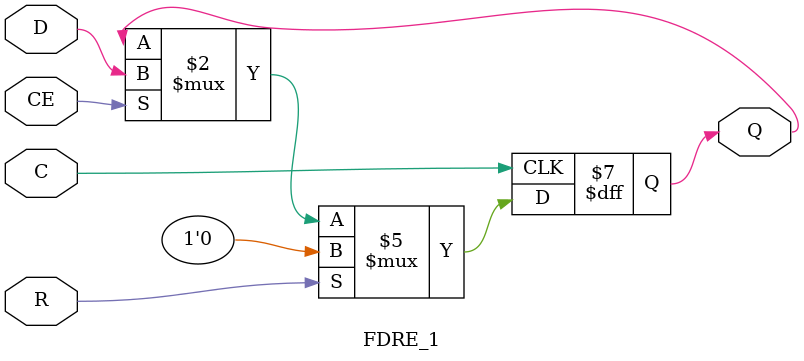
<source format=v>

/*

FUNCTION    : D-FLIP-FLOP with sync reset and clock enable

*/

`celldefine
`timescale  100 ps / 10 ps

module FDRE_1 (Q, C, CE, D, R);

    parameter INIT = 1'b0;

    output Q;
    reg    Q;

    input  C, CE, D, R;

    always @(negedge C)
        if (R)
        Q <= 0;
        else if (CE)
        Q <= D;

endmodule

</source>
